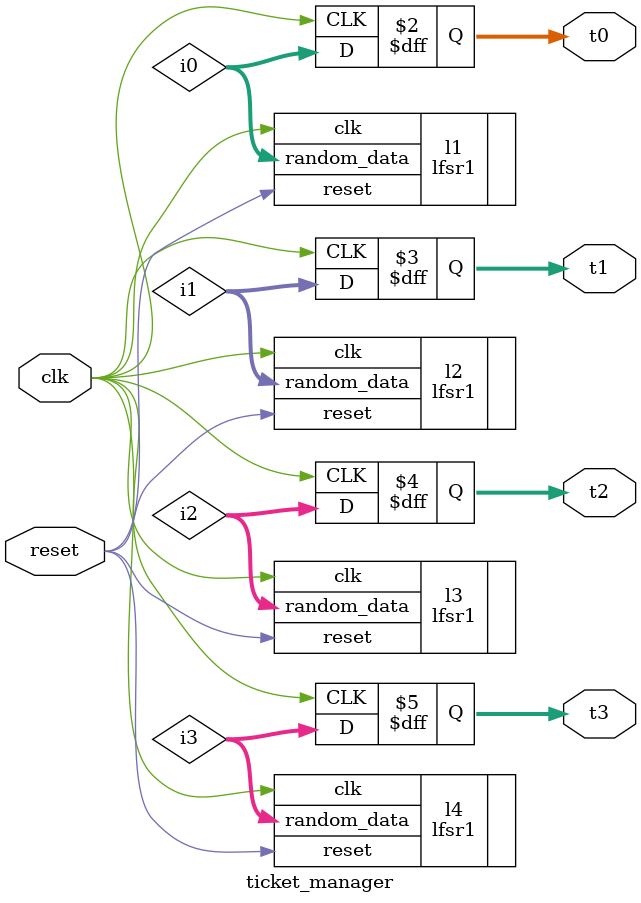
<source format=v>
`timescale 1ns / 1ps
module ticket_manager(t0,t1,t2,t3,clk,reset);

output reg [3:0] t0,t1,t2,t3;
input clk,reset;
parameter seed0=4'd1,seed1=4'd2,seed2=4'd3,seed3=4'd4;
wire [3:0] i0,i1,i2,i3;
 
lfsr1  #(.seed(seed0)) l1(.random_data(i0),.clk(clk),.reset(reset));
lfsr1  #(.seed(seed1)) l2(.random_data(i1),.clk(clk),.reset(reset));
lfsr1  #(.seed(seed2)) l3(.random_data(i2),.clk(clk),.reset(reset));
lfsr1  #(.seed(seed3)) l4(.random_data(i3),.clk(clk),.reset(reset)); 

always @(negedge clk)
  begin
  t0<=i0;
  t1<=i1;
  t2<=i2;
  t3<=i3;
  end


endmodule

</source>
